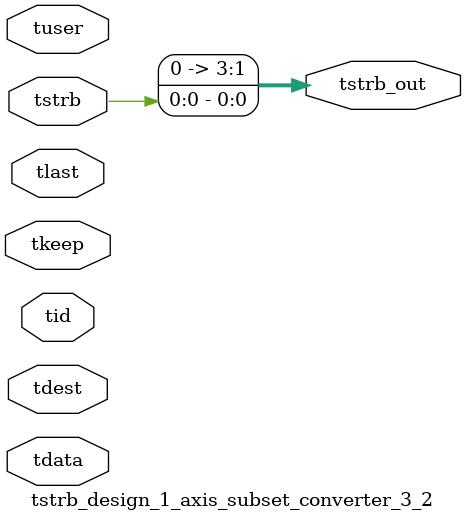
<source format=v>


`timescale 1ps/1ps

module tstrb_design_1_axis_subset_converter_3_2 #
(
parameter C_S_AXIS_TDATA_WIDTH = 32,
parameter C_S_AXIS_TUSER_WIDTH = 0,
parameter C_S_AXIS_TID_WIDTH   = 0,
parameter C_S_AXIS_TDEST_WIDTH = 0,
parameter C_M_AXIS_TDATA_WIDTH = 32
)
(
input  [(C_S_AXIS_TDATA_WIDTH == 0 ? 1 : C_S_AXIS_TDATA_WIDTH)-1:0     ] tdata,
input  [(C_S_AXIS_TUSER_WIDTH == 0 ? 1 : C_S_AXIS_TUSER_WIDTH)-1:0     ] tuser,
input  [(C_S_AXIS_TID_WIDTH   == 0 ? 1 : C_S_AXIS_TID_WIDTH)-1:0       ] tid,
input  [(C_S_AXIS_TDEST_WIDTH == 0 ? 1 : C_S_AXIS_TDEST_WIDTH)-1:0     ] tdest,
input  [(C_S_AXIS_TDATA_WIDTH/8)-1:0 ] tkeep,
input  [(C_S_AXIS_TDATA_WIDTH/8)-1:0 ] tstrb,
input                                                                    tlast,
output [(C_M_AXIS_TDATA_WIDTH/8)-1:0 ] tstrb_out
);

assign tstrb_out = {tstrb[0:0]};

endmodule


</source>
